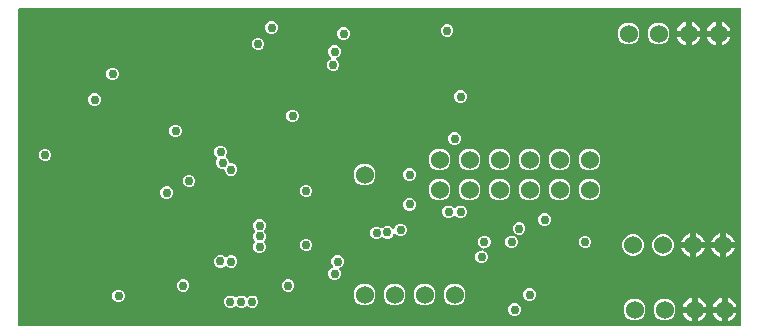
<source format=gbr>
G04 EAGLE Gerber RS-274X export*
G75*
%MOMM*%
%FSLAX34Y34*%
%LPD*%
%INCopper Layer 2*%
%IPPOS*%
%AMOC8*
5,1,8,0,0,1.08239X$1,22.5*%
G01*
%ADD10C,1.524000*%
%ADD11C,0.756400*%

G36*
X622418Y11446D02*
X622418Y11446D01*
X622537Y11453D01*
X622575Y11466D01*
X622616Y11471D01*
X622726Y11514D01*
X622839Y11551D01*
X622874Y11573D01*
X622911Y11588D01*
X623007Y11658D01*
X623108Y11721D01*
X623136Y11751D01*
X623169Y11774D01*
X623245Y11866D01*
X623326Y11953D01*
X623346Y11988D01*
X623371Y12019D01*
X623422Y12127D01*
X623480Y12231D01*
X623490Y12271D01*
X623507Y12307D01*
X623529Y12424D01*
X623559Y12539D01*
X623563Y12600D01*
X623567Y12620D01*
X623565Y12640D01*
X623569Y12700D01*
X623569Y279400D01*
X623554Y279518D01*
X623547Y279637D01*
X623534Y279675D01*
X623529Y279716D01*
X623486Y279826D01*
X623449Y279939D01*
X623427Y279974D01*
X623412Y280011D01*
X623343Y280107D01*
X623279Y280208D01*
X623249Y280236D01*
X623226Y280269D01*
X623134Y280345D01*
X623047Y280426D01*
X623012Y280446D01*
X622981Y280471D01*
X622873Y280522D01*
X622769Y280580D01*
X622729Y280590D01*
X622693Y280607D01*
X622576Y280629D01*
X622461Y280659D01*
X622401Y280663D01*
X622381Y280667D01*
X622360Y280665D01*
X622300Y280669D01*
X12700Y280669D01*
X12582Y280654D01*
X12463Y280647D01*
X12425Y280634D01*
X12384Y280629D01*
X12274Y280586D01*
X12161Y280549D01*
X12126Y280527D01*
X12089Y280512D01*
X11993Y280443D01*
X11892Y280379D01*
X11864Y280349D01*
X11831Y280326D01*
X11756Y280234D01*
X11674Y280147D01*
X11654Y280112D01*
X11629Y280081D01*
X11578Y279973D01*
X11520Y279869D01*
X11510Y279829D01*
X11493Y279793D01*
X11471Y279676D01*
X11441Y279561D01*
X11437Y279501D01*
X11433Y279481D01*
X11435Y279460D01*
X11431Y279400D01*
X11431Y12700D01*
X11446Y12582D01*
X11453Y12463D01*
X11466Y12425D01*
X11471Y12384D01*
X11514Y12274D01*
X11551Y12161D01*
X11573Y12126D01*
X11588Y12089D01*
X11658Y11993D01*
X11721Y11892D01*
X11751Y11864D01*
X11774Y11831D01*
X11866Y11756D01*
X11953Y11674D01*
X11988Y11654D01*
X12019Y11629D01*
X12127Y11578D01*
X12231Y11520D01*
X12271Y11510D01*
X12307Y11493D01*
X12424Y11471D01*
X12539Y11441D01*
X12600Y11437D01*
X12620Y11433D01*
X12640Y11435D01*
X12700Y11431D01*
X622300Y11431D01*
X622418Y11446D01*
G37*
%LPC*%
G36*
X313904Y84863D02*
X313904Y84863D01*
X311954Y85671D01*
X310461Y87164D01*
X309653Y89114D01*
X309653Y91226D01*
X310461Y93176D01*
X311954Y94669D01*
X313904Y95477D01*
X316016Y95477D01*
X317966Y94669D01*
X318303Y94332D01*
X318397Y94259D01*
X318486Y94181D01*
X318522Y94162D01*
X318554Y94137D01*
X318663Y94090D01*
X318769Y94036D01*
X318809Y94027D01*
X318846Y94011D01*
X318964Y93992D01*
X319079Y93966D01*
X319120Y93968D01*
X319160Y93961D01*
X319278Y93972D01*
X319397Y93976D01*
X319436Y93987D01*
X319476Y93991D01*
X319588Y94031D01*
X319703Y94064D01*
X319738Y94085D01*
X319776Y94099D01*
X319874Y94165D01*
X319977Y94226D01*
X320022Y94266D01*
X320039Y94277D01*
X320052Y94293D01*
X320098Y94332D01*
X321042Y95277D01*
X322992Y96085D01*
X325104Y96085D01*
X327054Y95277D01*
X328218Y94113D01*
X328257Y94083D01*
X328290Y94046D01*
X328382Y93985D01*
X328469Y93918D01*
X328514Y93898D01*
X328556Y93871D01*
X328660Y93835D01*
X328761Y93792D01*
X328810Y93784D01*
X328857Y93768D01*
X328966Y93759D01*
X329075Y93742D01*
X329124Y93747D01*
X329174Y93743D01*
X329282Y93761D01*
X329391Y93772D01*
X329438Y93789D01*
X329487Y93797D01*
X329587Y93842D01*
X329691Y93879D01*
X329732Y93907D01*
X329777Y93928D01*
X329863Y93996D01*
X329954Y94058D01*
X329987Y94095D01*
X330026Y94126D01*
X330092Y94214D01*
X330164Y94296D01*
X330187Y94341D01*
X330217Y94380D01*
X330288Y94525D01*
X330781Y95716D01*
X332274Y97209D01*
X334224Y98017D01*
X336336Y98017D01*
X338286Y97209D01*
X339779Y95716D01*
X340587Y93766D01*
X340587Y91654D01*
X339779Y89704D01*
X338286Y88211D01*
X336336Y87403D01*
X334224Y87403D01*
X332274Y88211D01*
X331110Y89375D01*
X331071Y89405D01*
X331038Y89442D01*
X330946Y89502D01*
X330859Y89570D01*
X330814Y89589D01*
X330772Y89617D01*
X330668Y89652D01*
X330567Y89696D01*
X330518Y89704D01*
X330471Y89720D01*
X330362Y89729D01*
X330253Y89746D01*
X330204Y89741D01*
X330154Y89745D01*
X330046Y89726D01*
X329937Y89716D01*
X329890Y89699D01*
X329841Y89691D01*
X329741Y89646D01*
X329637Y89609D01*
X329596Y89581D01*
X329551Y89560D01*
X329465Y89492D01*
X329374Y89430D01*
X329341Y89393D01*
X329302Y89362D01*
X329236Y89274D01*
X329164Y89192D01*
X329141Y89147D01*
X329111Y89108D01*
X329040Y88963D01*
X328547Y87772D01*
X327054Y86279D01*
X325104Y85471D01*
X322992Y85471D01*
X321042Y86279D01*
X320705Y86616D01*
X320611Y86689D01*
X320522Y86767D01*
X320486Y86786D01*
X320454Y86810D01*
X320345Y86858D01*
X320239Y86912D01*
X320200Y86921D01*
X320162Y86937D01*
X320045Y86956D01*
X319929Y86982D01*
X319888Y86980D01*
X319848Y86987D01*
X319730Y86976D01*
X319611Y86972D01*
X319572Y86961D01*
X319532Y86957D01*
X319420Y86917D01*
X319305Y86884D01*
X319270Y86863D01*
X319232Y86849D01*
X319134Y86783D01*
X319031Y86722D01*
X318986Y86682D01*
X318969Y86671D01*
X318956Y86655D01*
X318910Y86616D01*
X317966Y85671D01*
X316016Y84863D01*
X313904Y84863D01*
G37*
%LPD*%
%LPC*%
G36*
X417281Y143255D02*
X417281Y143255D01*
X413920Y144647D01*
X411347Y147220D01*
X409955Y150581D01*
X409955Y154219D01*
X411347Y157580D01*
X413920Y160153D01*
X417281Y161545D01*
X420919Y161545D01*
X424280Y160153D01*
X426853Y157580D01*
X428245Y154219D01*
X428245Y150581D01*
X426853Y147220D01*
X424280Y144647D01*
X420919Y143255D01*
X417281Y143255D01*
G37*
%LPD*%
%LPC*%
G36*
X442681Y143255D02*
X442681Y143255D01*
X439320Y144647D01*
X436747Y147220D01*
X435355Y150581D01*
X435355Y154219D01*
X436747Y157580D01*
X439320Y160153D01*
X442681Y161545D01*
X446319Y161545D01*
X449680Y160153D01*
X452253Y157580D01*
X453645Y154219D01*
X453645Y150581D01*
X452253Y147220D01*
X449680Y144647D01*
X446319Y143255D01*
X442681Y143255D01*
G37*
%LPD*%
%LPC*%
G36*
X468081Y143255D02*
X468081Y143255D01*
X464720Y144647D01*
X462147Y147220D01*
X460755Y150581D01*
X460755Y154219D01*
X462147Y157580D01*
X464720Y160153D01*
X468081Y161545D01*
X471719Y161545D01*
X475080Y160153D01*
X477653Y157580D01*
X479045Y154219D01*
X479045Y150581D01*
X477653Y147220D01*
X475080Y144647D01*
X471719Y143255D01*
X468081Y143255D01*
G37*
%LPD*%
%LPC*%
G36*
X493481Y143255D02*
X493481Y143255D01*
X490120Y144647D01*
X487547Y147220D01*
X486155Y150581D01*
X486155Y154219D01*
X487547Y157580D01*
X490120Y160153D01*
X493481Y161545D01*
X497119Y161545D01*
X500480Y160153D01*
X503053Y157580D01*
X504445Y154219D01*
X504445Y150581D01*
X503053Y147220D01*
X500480Y144647D01*
X497119Y143255D01*
X493481Y143255D01*
G37*
%LPD*%
%LPC*%
G36*
X366481Y143255D02*
X366481Y143255D01*
X363120Y144647D01*
X360547Y147220D01*
X359155Y150581D01*
X359155Y154219D01*
X360547Y157580D01*
X363120Y160153D01*
X366481Y161545D01*
X370119Y161545D01*
X373480Y160153D01*
X376053Y157580D01*
X377445Y154219D01*
X377445Y150581D01*
X376053Y147220D01*
X373480Y144647D01*
X370119Y143255D01*
X366481Y143255D01*
G37*
%LPD*%
%LPC*%
G36*
X391881Y143255D02*
X391881Y143255D01*
X388520Y144647D01*
X385947Y147220D01*
X384555Y150581D01*
X384555Y154219D01*
X385947Y157580D01*
X388520Y160153D01*
X391881Y161545D01*
X395519Y161545D01*
X398880Y160153D01*
X401453Y157580D01*
X402845Y154219D01*
X402845Y150581D01*
X401453Y147220D01*
X398880Y144647D01*
X395519Y143255D01*
X391881Y143255D01*
G37*
%LPD*%
%LPC*%
G36*
X530311Y70865D02*
X530311Y70865D01*
X526950Y72257D01*
X524377Y74830D01*
X522985Y78191D01*
X522985Y81829D01*
X524377Y85190D01*
X526950Y87763D01*
X530311Y89155D01*
X533949Y89155D01*
X537310Y87763D01*
X539883Y85190D01*
X541275Y81829D01*
X541275Y78191D01*
X539883Y74830D01*
X537310Y72257D01*
X533949Y70865D01*
X530311Y70865D01*
G37*
%LPD*%
%LPC*%
G36*
X302981Y130555D02*
X302981Y130555D01*
X299620Y131947D01*
X297047Y134520D01*
X295655Y137881D01*
X295655Y141519D01*
X297047Y144880D01*
X299620Y147453D01*
X302981Y148845D01*
X306619Y148845D01*
X309980Y147453D01*
X312553Y144880D01*
X313945Y141519D01*
X313945Y137881D01*
X312553Y134520D01*
X309980Y131947D01*
X306619Y130555D01*
X302981Y130555D01*
G37*
%LPD*%
%LPC*%
G36*
X555711Y70865D02*
X555711Y70865D01*
X552350Y72257D01*
X549777Y74830D01*
X548385Y78191D01*
X548385Y81829D01*
X549777Y85190D01*
X552350Y87763D01*
X555711Y89155D01*
X559349Y89155D01*
X562710Y87763D01*
X565283Y85190D01*
X566675Y81829D01*
X566675Y78191D01*
X565283Y74830D01*
X562710Y72257D01*
X559349Y70865D01*
X555711Y70865D01*
G37*
%LPD*%
%LPC*%
G36*
X493481Y117855D02*
X493481Y117855D01*
X490120Y119247D01*
X487547Y121820D01*
X486155Y125181D01*
X486155Y128819D01*
X487547Y132180D01*
X490120Y134753D01*
X493481Y136145D01*
X497119Y136145D01*
X500480Y134753D01*
X503053Y132180D01*
X504445Y128819D01*
X504445Y125181D01*
X503053Y121820D01*
X500480Y119247D01*
X497119Y117855D01*
X493481Y117855D01*
G37*
%LPD*%
%LPC*%
G36*
X468081Y117855D02*
X468081Y117855D01*
X464720Y119247D01*
X462147Y121820D01*
X460755Y125181D01*
X460755Y128819D01*
X462147Y132180D01*
X464720Y134753D01*
X468081Y136145D01*
X471719Y136145D01*
X475080Y134753D01*
X477653Y132180D01*
X479045Y128819D01*
X479045Y125181D01*
X477653Y121820D01*
X475080Y119247D01*
X471719Y117855D01*
X468081Y117855D01*
G37*
%LPD*%
%LPC*%
G36*
X442681Y117855D02*
X442681Y117855D01*
X439320Y119247D01*
X436747Y121820D01*
X435355Y125181D01*
X435355Y128819D01*
X436747Y132180D01*
X439320Y134753D01*
X442681Y136145D01*
X446319Y136145D01*
X449680Y134753D01*
X452253Y132180D01*
X453645Y128819D01*
X453645Y125181D01*
X452253Y121820D01*
X449680Y119247D01*
X446319Y117855D01*
X442681Y117855D01*
G37*
%LPD*%
%LPC*%
G36*
X379181Y28955D02*
X379181Y28955D01*
X375820Y30347D01*
X373247Y32920D01*
X371855Y36281D01*
X371855Y39919D01*
X373247Y43280D01*
X375820Y45853D01*
X379181Y47245D01*
X382819Y47245D01*
X386180Y45853D01*
X388753Y43280D01*
X390145Y39919D01*
X390145Y36281D01*
X388753Y32920D01*
X386180Y30347D01*
X382819Y28955D01*
X379181Y28955D01*
G37*
%LPD*%
%LPC*%
G36*
X531581Y16255D02*
X531581Y16255D01*
X528220Y17647D01*
X525647Y20220D01*
X524255Y23581D01*
X524255Y27219D01*
X525647Y30580D01*
X528220Y33153D01*
X531581Y34545D01*
X535219Y34545D01*
X538580Y33153D01*
X541153Y30580D01*
X542545Y27219D01*
X542545Y23581D01*
X541153Y20220D01*
X538580Y17647D01*
X535219Y16255D01*
X531581Y16255D01*
G37*
%LPD*%
%LPC*%
G36*
X556981Y16255D02*
X556981Y16255D01*
X553620Y17647D01*
X551047Y20220D01*
X549655Y23581D01*
X549655Y27219D01*
X551047Y30580D01*
X553620Y33153D01*
X556981Y34545D01*
X560619Y34545D01*
X563980Y33153D01*
X566553Y30580D01*
X567945Y27219D01*
X567945Y23581D01*
X566553Y20220D01*
X563980Y17647D01*
X560619Y16255D01*
X556981Y16255D01*
G37*
%LPD*%
%LPC*%
G36*
X551901Y249935D02*
X551901Y249935D01*
X548540Y251327D01*
X545967Y253900D01*
X544575Y257261D01*
X544575Y260899D01*
X545967Y264260D01*
X548540Y266833D01*
X551901Y268225D01*
X555539Y268225D01*
X558900Y266833D01*
X561473Y264260D01*
X562865Y260899D01*
X562865Y257261D01*
X561473Y253900D01*
X558900Y251327D01*
X555539Y249935D01*
X551901Y249935D01*
G37*
%LPD*%
%LPC*%
G36*
X526501Y249935D02*
X526501Y249935D01*
X523140Y251327D01*
X520567Y253900D01*
X519175Y257261D01*
X519175Y260899D01*
X520567Y264260D01*
X523140Y266833D01*
X526501Y268225D01*
X530139Y268225D01*
X533500Y266833D01*
X536073Y264260D01*
X537465Y260899D01*
X537465Y257261D01*
X536073Y253900D01*
X533500Y251327D01*
X530139Y249935D01*
X526501Y249935D01*
G37*
%LPD*%
%LPC*%
G36*
X366481Y117855D02*
X366481Y117855D01*
X363120Y119247D01*
X360547Y121820D01*
X359155Y125181D01*
X359155Y128819D01*
X360547Y132180D01*
X363120Y134753D01*
X366481Y136145D01*
X370119Y136145D01*
X373480Y134753D01*
X376053Y132180D01*
X377445Y128819D01*
X377445Y125181D01*
X376053Y121820D01*
X373480Y119247D01*
X370119Y117855D01*
X366481Y117855D01*
G37*
%LPD*%
%LPC*%
G36*
X391881Y117855D02*
X391881Y117855D01*
X388520Y119247D01*
X385947Y121820D01*
X384555Y125181D01*
X384555Y128819D01*
X385947Y132180D01*
X388520Y134753D01*
X391881Y136145D01*
X395519Y136145D01*
X398880Y134753D01*
X401453Y132180D01*
X402845Y128819D01*
X402845Y125181D01*
X401453Y121820D01*
X398880Y119247D01*
X395519Y117855D01*
X391881Y117855D01*
G37*
%LPD*%
%LPC*%
G36*
X302981Y28955D02*
X302981Y28955D01*
X299620Y30347D01*
X297047Y32920D01*
X295655Y36281D01*
X295655Y39919D01*
X297047Y43280D01*
X299620Y45853D01*
X302981Y47245D01*
X306619Y47245D01*
X309980Y45853D01*
X312553Y43280D01*
X313945Y39919D01*
X313945Y36281D01*
X312553Y32920D01*
X309980Y30347D01*
X306619Y28955D01*
X302981Y28955D01*
G37*
%LPD*%
%LPC*%
G36*
X328381Y28955D02*
X328381Y28955D01*
X325020Y30347D01*
X322447Y32920D01*
X321055Y36281D01*
X321055Y39919D01*
X322447Y43280D01*
X325020Y45853D01*
X328381Y47245D01*
X332019Y47245D01*
X335380Y45853D01*
X337953Y43280D01*
X339345Y39919D01*
X339345Y36281D01*
X337953Y32920D01*
X335380Y30347D01*
X332019Y28955D01*
X328381Y28955D01*
G37*
%LPD*%
%LPC*%
G36*
X353781Y28955D02*
X353781Y28955D01*
X350420Y30347D01*
X347847Y32920D01*
X346455Y36281D01*
X346455Y39919D01*
X347847Y43280D01*
X350420Y45853D01*
X353781Y47245D01*
X357419Y47245D01*
X360780Y45853D01*
X363353Y43280D01*
X364745Y39919D01*
X364745Y36281D01*
X363353Y32920D01*
X360780Y30347D01*
X357419Y28955D01*
X353781Y28955D01*
G37*
%LPD*%
%LPC*%
G36*
X417281Y117855D02*
X417281Y117855D01*
X413920Y119247D01*
X411347Y121820D01*
X409955Y125181D01*
X409955Y128819D01*
X411347Y132180D01*
X413920Y134753D01*
X417281Y136145D01*
X420919Y136145D01*
X424280Y134753D01*
X426853Y132180D01*
X428245Y128819D01*
X428245Y125181D01*
X426853Y121820D01*
X424280Y119247D01*
X420919Y117855D01*
X417281Y117855D01*
G37*
%LPD*%
%LPC*%
G36*
X190672Y138654D02*
X190672Y138654D01*
X188721Y139462D01*
X187229Y140955D01*
X186421Y142905D01*
X186421Y143086D01*
X186406Y143204D01*
X186398Y143323D01*
X186386Y143361D01*
X186381Y143402D01*
X186337Y143512D01*
X186300Y143625D01*
X186279Y143660D01*
X186264Y143697D01*
X186194Y143793D01*
X186130Y143894D01*
X186101Y143922D01*
X186077Y143955D01*
X185985Y144031D01*
X185899Y144112D01*
X185863Y144132D01*
X185832Y144157D01*
X185724Y144208D01*
X185620Y144266D01*
X185581Y144276D01*
X185544Y144293D01*
X185427Y144315D01*
X185312Y144345D01*
X185252Y144349D01*
X185232Y144353D01*
X185212Y144351D01*
X185151Y144355D01*
X183520Y144355D01*
X181570Y145163D01*
X180077Y146656D01*
X179269Y148606D01*
X179269Y150718D01*
X180157Y152860D01*
X180165Y152889D01*
X180178Y152915D01*
X180206Y153042D01*
X180241Y153167D01*
X180241Y153197D01*
X180248Y153225D01*
X180244Y153355D01*
X180246Y153485D01*
X180239Y153514D01*
X180238Y153543D01*
X180202Y153668D01*
X180172Y153794D01*
X180158Y153820D01*
X180150Y153849D01*
X180084Y153960D01*
X180023Y154075D01*
X180003Y154097D01*
X179988Y154123D01*
X179882Y154243D01*
X178381Y155744D01*
X177573Y157694D01*
X177573Y159806D01*
X178381Y161756D01*
X179874Y163249D01*
X181824Y164057D01*
X183936Y164057D01*
X185886Y163249D01*
X187379Y161756D01*
X188187Y159806D01*
X188187Y157694D01*
X187299Y155552D01*
X187291Y155523D01*
X187278Y155497D01*
X187250Y155370D01*
X187215Y155245D01*
X187215Y155215D01*
X187208Y155187D01*
X187212Y155057D01*
X187210Y154927D01*
X187217Y154898D01*
X187218Y154869D01*
X187254Y154744D01*
X187284Y154618D01*
X187298Y154592D01*
X187306Y154563D01*
X187372Y154452D01*
X187433Y154337D01*
X187453Y154315D01*
X187468Y154289D01*
X187574Y154169D01*
X189075Y152668D01*
X189883Y150718D01*
X189883Y150537D01*
X189898Y150419D01*
X189905Y150300D01*
X189918Y150262D01*
X189923Y150221D01*
X189966Y150111D01*
X190003Y149998D01*
X190025Y149963D01*
X190040Y149926D01*
X190109Y149830D01*
X190173Y149729D01*
X190203Y149701D01*
X190226Y149668D01*
X190318Y149592D01*
X190405Y149511D01*
X190440Y149491D01*
X190471Y149466D01*
X190579Y149415D01*
X190683Y149357D01*
X190723Y149347D01*
X190759Y149330D01*
X190876Y149308D01*
X190991Y149278D01*
X191051Y149274D01*
X191071Y149270D01*
X191092Y149272D01*
X191152Y149268D01*
X192783Y149268D01*
X194733Y148460D01*
X196226Y146967D01*
X197034Y145017D01*
X197034Y142905D01*
X196226Y140955D01*
X194733Y139462D01*
X192783Y138654D01*
X190672Y138654D01*
G37*
%LPD*%
%LPC*%
G36*
X190107Y26669D02*
X190107Y26669D01*
X188156Y27477D01*
X186663Y28970D01*
X185855Y30920D01*
X185855Y33032D01*
X186663Y34982D01*
X188156Y36475D01*
X190107Y37283D01*
X192218Y37283D01*
X194168Y36475D01*
X194809Y35834D01*
X194903Y35761D01*
X194992Y35683D01*
X195028Y35664D01*
X195060Y35639D01*
X195169Y35592D01*
X195275Y35538D01*
X195315Y35529D01*
X195352Y35513D01*
X195470Y35494D01*
X195585Y35468D01*
X195626Y35470D01*
X195666Y35463D01*
X195784Y35474D01*
X195903Y35478D01*
X195942Y35489D01*
X195982Y35493D01*
X196095Y35533D01*
X196209Y35566D01*
X196244Y35587D01*
X196282Y35601D01*
X196380Y35667D01*
X196483Y35728D01*
X196528Y35768D01*
X196545Y35779D01*
X196558Y35794D01*
X196604Y35834D01*
X197244Y36475D01*
X199195Y37283D01*
X201306Y37283D01*
X203256Y36475D01*
X204003Y35728D01*
X204097Y35656D01*
X204186Y35577D01*
X204222Y35558D01*
X204254Y35534D01*
X204363Y35486D01*
X204469Y35432D01*
X204509Y35423D01*
X204546Y35407D01*
X204663Y35388D01*
X204779Y35362D01*
X204820Y35364D01*
X204860Y35357D01*
X204978Y35368D01*
X205097Y35372D01*
X205136Y35383D01*
X205176Y35387D01*
X205289Y35427D01*
X205403Y35460D01*
X205438Y35481D01*
X205476Y35495D01*
X205574Y35562D01*
X205677Y35622D01*
X205722Y35662D01*
X205739Y35673D01*
X205752Y35689D01*
X205798Y35728D01*
X206544Y36475D01*
X208494Y37283D01*
X210606Y37283D01*
X212556Y36475D01*
X214049Y34982D01*
X214857Y33032D01*
X214857Y30920D01*
X214049Y28970D01*
X212556Y27477D01*
X210606Y26669D01*
X208494Y26669D01*
X206544Y27477D01*
X205798Y28224D01*
X205703Y28297D01*
X205614Y28375D01*
X205578Y28394D01*
X205546Y28419D01*
X205437Y28466D01*
X205331Y28520D01*
X205292Y28529D01*
X205254Y28545D01*
X205137Y28564D01*
X205021Y28590D01*
X204980Y28588D01*
X204940Y28595D01*
X204822Y28584D01*
X204703Y28580D01*
X204664Y28569D01*
X204624Y28565D01*
X204512Y28525D01*
X204397Y28492D01*
X204362Y28471D01*
X204324Y28457D01*
X204226Y28390D01*
X204123Y28330D01*
X204078Y28290D01*
X204061Y28279D01*
X204048Y28263D01*
X204003Y28224D01*
X203256Y27477D01*
X201306Y26669D01*
X199195Y26669D01*
X197244Y27477D01*
X196604Y28118D01*
X196509Y28191D01*
X196420Y28269D01*
X196384Y28288D01*
X196352Y28313D01*
X196243Y28360D01*
X196137Y28414D01*
X196098Y28423D01*
X196060Y28439D01*
X195943Y28458D01*
X195827Y28484D01*
X195786Y28482D01*
X195746Y28489D01*
X195628Y28478D01*
X195509Y28474D01*
X195470Y28463D01*
X195430Y28459D01*
X195318Y28419D01*
X195203Y28386D01*
X195169Y28365D01*
X195130Y28351D01*
X195032Y28285D01*
X194929Y28224D01*
X194884Y28184D01*
X194867Y28173D01*
X194854Y28157D01*
X194809Y28118D01*
X194168Y27477D01*
X192218Y26669D01*
X190107Y26669D01*
G37*
%LPD*%
%LPC*%
G36*
X214844Y73037D02*
X214844Y73037D01*
X212894Y73845D01*
X211401Y75338D01*
X210593Y77288D01*
X210593Y79400D01*
X211401Y81350D01*
X212042Y81990D01*
X212115Y82084D01*
X212193Y82174D01*
X212212Y82210D01*
X212237Y82242D01*
X212284Y82351D01*
X212338Y82457D01*
X212347Y82496D01*
X212363Y82534D01*
X212382Y82651D01*
X212408Y82767D01*
X212406Y82808D01*
X212413Y82848D01*
X212402Y82966D01*
X212398Y83085D01*
X212387Y83124D01*
X212383Y83164D01*
X212343Y83276D01*
X212310Y83391D01*
X212289Y83426D01*
X212275Y83464D01*
X212209Y83562D01*
X212148Y83665D01*
X212108Y83710D01*
X212097Y83727D01*
X212082Y83740D01*
X212042Y83785D01*
X211401Y84426D01*
X210593Y86376D01*
X210593Y88488D01*
X211401Y90438D01*
X212042Y91078D01*
X212115Y91172D01*
X212193Y91262D01*
X212212Y91298D01*
X212237Y91330D01*
X212284Y91439D01*
X212338Y91545D01*
X212347Y91584D01*
X212363Y91622D01*
X212382Y91739D01*
X212408Y91855D01*
X212406Y91896D01*
X212413Y91936D01*
X212402Y92054D01*
X212398Y92173D01*
X212387Y92212D01*
X212383Y92252D01*
X212343Y92364D01*
X212310Y92479D01*
X212289Y92514D01*
X212275Y92552D01*
X212209Y92650D01*
X212148Y92753D01*
X212108Y92798D01*
X212097Y92815D01*
X212082Y92828D01*
X212042Y92873D01*
X211401Y93514D01*
X210593Y95464D01*
X210593Y97576D01*
X211401Y99526D01*
X212894Y101019D01*
X214844Y101827D01*
X216956Y101827D01*
X218906Y101019D01*
X220399Y99526D01*
X221207Y97576D01*
X221207Y95464D01*
X220399Y93514D01*
X219758Y92873D01*
X219685Y92779D01*
X219607Y92690D01*
X219588Y92654D01*
X219563Y92622D01*
X219516Y92513D01*
X219462Y92407D01*
X219453Y92368D01*
X219437Y92330D01*
X219418Y92213D01*
X219392Y92097D01*
X219394Y92056D01*
X219387Y92016D01*
X219398Y91897D01*
X219402Y91779D01*
X219413Y91740D01*
X219417Y91700D01*
X219457Y91588D01*
X219490Y91473D01*
X219511Y91438D01*
X219525Y91400D01*
X219591Y91302D01*
X219652Y91199D01*
X219692Y91154D01*
X219703Y91137D01*
X219719Y91124D01*
X219758Y91078D01*
X220399Y90438D01*
X221207Y88488D01*
X221207Y86376D01*
X220399Y84426D01*
X219758Y83785D01*
X219685Y83691D01*
X219607Y83602D01*
X219588Y83566D01*
X219563Y83534D01*
X219516Y83425D01*
X219462Y83319D01*
X219453Y83280D01*
X219437Y83242D01*
X219418Y83125D01*
X219392Y83009D01*
X219394Y82968D01*
X219387Y82928D01*
X219398Y82809D01*
X219402Y82691D01*
X219413Y82652D01*
X219417Y82612D01*
X219457Y82500D01*
X219490Y82385D01*
X219511Y82350D01*
X219525Y82312D01*
X219591Y82214D01*
X219652Y82111D01*
X219692Y82066D01*
X219703Y82049D01*
X219719Y82036D01*
X219758Y81990D01*
X220399Y81350D01*
X221207Y79400D01*
X221207Y77288D01*
X220399Y75338D01*
X218906Y73845D01*
X216956Y73037D01*
X214844Y73037D01*
G37*
%LPD*%
%LPC*%
G36*
X277074Y227103D02*
X277074Y227103D01*
X275124Y227911D01*
X273631Y229404D01*
X272823Y231354D01*
X272823Y233466D01*
X273631Y235416D01*
X275124Y236909D01*
X275987Y237266D01*
X276030Y237291D01*
X276077Y237308D01*
X276168Y237369D01*
X276263Y237424D01*
X276299Y237458D01*
X276340Y237486D01*
X276413Y237569D01*
X276492Y237645D01*
X276518Y237687D01*
X276550Y237725D01*
X276600Y237823D01*
X276658Y237916D01*
X276672Y237964D01*
X276695Y238008D01*
X276719Y238115D01*
X276751Y238220D01*
X276754Y238270D01*
X276765Y238318D01*
X276761Y238428D01*
X276767Y238538D01*
X276757Y238587D01*
X276755Y238636D01*
X276725Y238742D01*
X276702Y238849D01*
X276680Y238894D01*
X276667Y238942D01*
X276611Y239036D01*
X276563Y239135D01*
X276530Y239173D01*
X276505Y239216D01*
X276399Y239336D01*
X274901Y240834D01*
X274093Y242784D01*
X274093Y244896D01*
X274901Y246846D01*
X276394Y248339D01*
X278344Y249147D01*
X280456Y249147D01*
X282406Y248339D01*
X283899Y246846D01*
X284707Y244896D01*
X284707Y242784D01*
X283899Y240834D01*
X282406Y239341D01*
X281543Y238984D01*
X281500Y238959D01*
X281453Y238942D01*
X281362Y238881D01*
X281267Y238826D01*
X281231Y238792D01*
X281190Y238764D01*
X281117Y238681D01*
X281038Y238605D01*
X281012Y238563D01*
X280980Y238525D01*
X280930Y238427D01*
X280872Y238334D01*
X280858Y238286D01*
X280835Y238242D01*
X280811Y238135D01*
X280779Y238030D01*
X280776Y237980D01*
X280765Y237932D01*
X280769Y237822D01*
X280763Y237712D01*
X280773Y237663D01*
X280775Y237614D01*
X280805Y237508D01*
X280828Y237401D01*
X280850Y237356D01*
X280863Y237308D01*
X280919Y237214D01*
X280967Y237115D01*
X281000Y237077D01*
X281025Y237034D01*
X281131Y236914D01*
X282629Y235416D01*
X283437Y233466D01*
X283437Y231354D01*
X282629Y229404D01*
X281136Y227911D01*
X279186Y227103D01*
X277074Y227103D01*
G37*
%LPD*%
%LPC*%
G36*
X278344Y50573D02*
X278344Y50573D01*
X276394Y51381D01*
X274901Y52874D01*
X274093Y54824D01*
X274093Y56936D01*
X274901Y58886D01*
X276394Y60379D01*
X277257Y60736D01*
X277300Y60761D01*
X277347Y60778D01*
X277438Y60839D01*
X277533Y60894D01*
X277569Y60928D01*
X277610Y60956D01*
X277683Y61039D01*
X277762Y61115D01*
X277788Y61157D01*
X277821Y61195D01*
X277871Y61293D01*
X277928Y61386D01*
X277942Y61434D01*
X277965Y61478D01*
X277989Y61585D01*
X278021Y61690D01*
X278024Y61740D01*
X278035Y61788D01*
X278031Y61898D01*
X278037Y62008D01*
X278027Y62057D01*
X278025Y62106D01*
X277995Y62212D01*
X277972Y62319D01*
X277951Y62364D01*
X277937Y62412D01*
X277881Y62506D01*
X277833Y62605D01*
X277800Y62643D01*
X277775Y62686D01*
X277669Y62806D01*
X277441Y63034D01*
X276633Y64984D01*
X276633Y67096D01*
X277441Y69046D01*
X278934Y70539D01*
X280884Y71347D01*
X282996Y71347D01*
X284946Y70539D01*
X286439Y69046D01*
X287247Y67096D01*
X287247Y64984D01*
X286439Y63034D01*
X284946Y61541D01*
X284083Y61184D01*
X284040Y61159D01*
X283993Y61142D01*
X283902Y61081D01*
X283807Y61026D01*
X283771Y60992D01*
X283730Y60964D01*
X283657Y60881D01*
X283578Y60805D01*
X283552Y60763D01*
X283519Y60725D01*
X283469Y60627D01*
X283412Y60534D01*
X283398Y60486D01*
X283375Y60442D01*
X283351Y60335D01*
X283319Y60230D01*
X283316Y60180D01*
X283305Y60132D01*
X283309Y60022D01*
X283303Y59912D01*
X283313Y59863D01*
X283315Y59814D01*
X283345Y59708D01*
X283368Y59601D01*
X283389Y59556D01*
X283403Y59508D01*
X283459Y59414D01*
X283507Y59315D01*
X283540Y59277D01*
X283565Y59234D01*
X283671Y59114D01*
X283899Y58886D01*
X284707Y56936D01*
X284707Y54824D01*
X283899Y52874D01*
X282406Y51381D01*
X280456Y50573D01*
X278344Y50573D01*
G37*
%LPD*%
%LPC*%
G36*
X374864Y102869D02*
X374864Y102869D01*
X372914Y103677D01*
X371421Y105170D01*
X370613Y107120D01*
X370613Y109232D01*
X371421Y111182D01*
X372914Y112675D01*
X374864Y113483D01*
X376976Y113483D01*
X378926Y112675D01*
X380103Y111498D01*
X380197Y111425D01*
X380286Y111347D01*
X380322Y111328D01*
X380354Y111303D01*
X380463Y111256D01*
X380569Y111202D01*
X380608Y111193D01*
X380646Y111177D01*
X380763Y111158D01*
X380879Y111132D01*
X380920Y111134D01*
X380960Y111127D01*
X381078Y111138D01*
X381197Y111142D01*
X381236Y111153D01*
X381276Y111157D01*
X381388Y111197D01*
X381503Y111230D01*
X381538Y111251D01*
X381576Y111265D01*
X381674Y111332D01*
X381777Y111392D01*
X381822Y111432D01*
X381839Y111443D01*
X381852Y111459D01*
X381898Y111498D01*
X383074Y112675D01*
X385024Y113483D01*
X387136Y113483D01*
X389086Y112675D01*
X390579Y111182D01*
X391387Y109232D01*
X391387Y107120D01*
X390579Y105170D01*
X389086Y103677D01*
X387136Y102869D01*
X385024Y102869D01*
X383074Y103677D01*
X381898Y104854D01*
X381803Y104927D01*
X381714Y105005D01*
X381678Y105024D01*
X381646Y105049D01*
X381537Y105096D01*
X381431Y105150D01*
X381392Y105159D01*
X381354Y105175D01*
X381237Y105194D01*
X381121Y105220D01*
X381080Y105218D01*
X381040Y105225D01*
X380922Y105214D01*
X380803Y105210D01*
X380764Y105199D01*
X380724Y105195D01*
X380611Y105155D01*
X380497Y105122D01*
X380463Y105101D01*
X380424Y105087D01*
X380326Y105021D01*
X380223Y104960D01*
X380178Y104920D01*
X380161Y104909D01*
X380148Y104894D01*
X380103Y104854D01*
X378926Y103677D01*
X376976Y102869D01*
X374864Y102869D01*
G37*
%LPD*%
%LPC*%
G36*
X190714Y60733D02*
X190714Y60733D01*
X188764Y61541D01*
X188018Y62288D01*
X187923Y62361D01*
X187834Y62439D01*
X187798Y62458D01*
X187766Y62483D01*
X187657Y62530D01*
X187551Y62584D01*
X187512Y62593D01*
X187474Y62609D01*
X187357Y62628D01*
X187241Y62654D01*
X187200Y62652D01*
X187160Y62659D01*
X187042Y62648D01*
X186923Y62644D01*
X186884Y62633D01*
X186844Y62629D01*
X186732Y62589D01*
X186617Y62556D01*
X186582Y62535D01*
X186544Y62521D01*
X186446Y62454D01*
X186343Y62394D01*
X186298Y62354D01*
X186281Y62343D01*
X186268Y62327D01*
X186223Y62288D01*
X185688Y61753D01*
X183738Y60945D01*
X181626Y60945D01*
X179676Y61753D01*
X178183Y63246D01*
X177375Y65196D01*
X177375Y67307D01*
X178183Y69258D01*
X179676Y70751D01*
X181626Y71559D01*
X183738Y71559D01*
X185688Y70751D01*
X186434Y70004D01*
X186528Y69931D01*
X186618Y69853D01*
X186654Y69834D01*
X186686Y69809D01*
X186795Y69762D01*
X186901Y69708D01*
X186940Y69699D01*
X186978Y69683D01*
X187095Y69664D01*
X187211Y69638D01*
X187252Y69640D01*
X187292Y69633D01*
X187410Y69644D01*
X187529Y69648D01*
X187568Y69659D01*
X187608Y69663D01*
X187720Y69703D01*
X187835Y69736D01*
X187869Y69757D01*
X187908Y69771D01*
X188006Y69837D01*
X188109Y69898D01*
X188154Y69938D01*
X188171Y69949D01*
X188184Y69964D01*
X188229Y70004D01*
X188764Y70539D01*
X190714Y71347D01*
X192826Y71347D01*
X194776Y70539D01*
X196269Y69046D01*
X197077Y67096D01*
X197077Y64984D01*
X196269Y63034D01*
X194776Y61541D01*
X192826Y60733D01*
X190714Y60733D01*
G37*
%LPD*%
%LPC*%
G36*
X402804Y64543D02*
X402804Y64543D01*
X400854Y65351D01*
X399361Y66844D01*
X398553Y68794D01*
X398553Y70906D01*
X399361Y72856D01*
X400854Y74349D01*
X402804Y75157D01*
X403775Y75157D01*
X403844Y75165D01*
X403914Y75164D01*
X404001Y75185D01*
X404090Y75197D01*
X404155Y75222D01*
X404223Y75239D01*
X404303Y75281D01*
X404386Y75314D01*
X404443Y75355D01*
X404504Y75387D01*
X404571Y75448D01*
X404643Y75500D01*
X404688Y75554D01*
X404740Y75601D01*
X404789Y75676D01*
X404846Y75745D01*
X404876Y75809D01*
X404914Y75867D01*
X404943Y75952D01*
X404982Y76033D01*
X404995Y76102D01*
X405009Y76144D01*
X405009Y76143D01*
X404992Y76055D01*
X404997Y75985D01*
X404991Y75915D01*
X405007Y75827D01*
X405012Y75737D01*
X405034Y75671D01*
X405046Y75602D01*
X405083Y75520D01*
X405110Y75435D01*
X405148Y75376D01*
X405176Y75312D01*
X405232Y75242D01*
X405280Y75166D01*
X405331Y75118D01*
X405375Y75064D01*
X405447Y75009D01*
X405512Y74948D01*
X405573Y74914D01*
X405629Y74872D01*
X405773Y74801D01*
X406866Y74349D01*
X408359Y72856D01*
X409167Y70906D01*
X409167Y68794D01*
X408359Y66844D01*
X406866Y65351D01*
X404916Y64543D01*
X402804Y64543D01*
G37*
%LPD*%
%LPC*%
G36*
X405025Y76257D02*
X405025Y76257D01*
X405042Y76345D01*
X405037Y76415D01*
X405043Y76485D01*
X405027Y76573D01*
X405022Y76663D01*
X405000Y76729D01*
X404988Y76798D01*
X404951Y76880D01*
X404924Y76965D01*
X404886Y77024D01*
X404858Y77088D01*
X404802Y77158D01*
X404754Y77234D01*
X404703Y77282D01*
X404659Y77336D01*
X404588Y77390D01*
X404522Y77452D01*
X404461Y77486D01*
X404405Y77528D01*
X404261Y77599D01*
X403168Y78051D01*
X401675Y79544D01*
X400867Y81494D01*
X400867Y83606D01*
X401675Y85556D01*
X403168Y87049D01*
X405118Y87857D01*
X407230Y87857D01*
X409180Y87049D01*
X410673Y85556D01*
X411481Y83606D01*
X411481Y81494D01*
X410673Y79544D01*
X409180Y78051D01*
X407230Y77243D01*
X406259Y77243D01*
X406190Y77235D01*
X406120Y77236D01*
X406033Y77215D01*
X405944Y77203D01*
X405879Y77178D01*
X405811Y77161D01*
X405732Y77119D01*
X405648Y77086D01*
X405591Y77045D01*
X405530Y77013D01*
X405463Y76952D01*
X405391Y76900D01*
X405346Y76846D01*
X405294Y76799D01*
X405245Y76724D01*
X405188Y76655D01*
X405158Y76591D01*
X405120Y76533D01*
X405091Y76448D01*
X405052Y76367D01*
X405039Y76298D01*
X405025Y76256D01*
X405025Y76257D01*
G37*
%LPD*%
%LPC*%
G36*
X428204Y77243D02*
X428204Y77243D01*
X426254Y78051D01*
X424761Y79544D01*
X423953Y81494D01*
X423953Y83606D01*
X424761Y85556D01*
X426254Y87049D01*
X428204Y87857D01*
X430316Y87857D01*
X431100Y87532D01*
X431167Y87513D01*
X431231Y87486D01*
X431320Y87472D01*
X431407Y87448D01*
X431476Y87447D01*
X431545Y87436D01*
X431635Y87444D01*
X431725Y87443D01*
X431793Y87459D01*
X431862Y87466D01*
X431946Y87496D01*
X432034Y87517D01*
X432058Y87529D01*
X432071Y87453D01*
X432099Y87390D01*
X432119Y87323D01*
X432165Y87245D01*
X432201Y87164D01*
X432245Y87109D01*
X432280Y87049D01*
X432387Y86928D01*
X433759Y85556D01*
X434567Y83606D01*
X434567Y81494D01*
X433759Y79544D01*
X432266Y78051D01*
X430316Y77243D01*
X428204Y77243D01*
G37*
%LPD*%
%LPC*%
G36*
X434554Y88673D02*
X434554Y88673D01*
X433770Y88998D01*
X433703Y89017D01*
X433639Y89044D01*
X433550Y89058D01*
X433463Y89082D01*
X433394Y89083D01*
X433325Y89094D01*
X433235Y89086D01*
X433145Y89087D01*
X433077Y89071D01*
X433008Y89064D01*
X432924Y89034D01*
X432836Y89013D01*
X432812Y89001D01*
X432799Y89077D01*
X432771Y89140D01*
X432751Y89207D01*
X432705Y89285D01*
X432669Y89366D01*
X432625Y89421D01*
X432590Y89481D01*
X432483Y89602D01*
X431111Y90974D01*
X430303Y92924D01*
X430303Y95036D01*
X431111Y96986D01*
X432604Y98479D01*
X434554Y99287D01*
X436666Y99287D01*
X438616Y98479D01*
X440109Y96986D01*
X440917Y95036D01*
X440917Y92924D01*
X440109Y90974D01*
X438616Y89481D01*
X436666Y88673D01*
X434554Y88673D01*
G37*
%LPD*%
%LPC*%
G36*
X490434Y77243D02*
X490434Y77243D01*
X488484Y78051D01*
X486991Y79544D01*
X486183Y81494D01*
X486183Y83606D01*
X486991Y85556D01*
X488484Y87049D01*
X490434Y87857D01*
X492546Y87857D01*
X494496Y87049D01*
X495989Y85556D01*
X496797Y83606D01*
X496797Y81494D01*
X495989Y79544D01*
X494496Y78051D01*
X492546Y77243D01*
X490434Y77243D01*
G37*
%LPD*%
%LPC*%
G36*
X254214Y74703D02*
X254214Y74703D01*
X252264Y75511D01*
X250771Y77004D01*
X249963Y78954D01*
X249963Y81066D01*
X250771Y83016D01*
X252264Y84509D01*
X254214Y85317D01*
X256326Y85317D01*
X258276Y84509D01*
X259769Y83016D01*
X260577Y81066D01*
X260577Y78954D01*
X259769Y77004D01*
X258276Y75511D01*
X256326Y74703D01*
X254214Y74703D01*
G37*
%LPD*%
%LPC*%
G36*
X238974Y40413D02*
X238974Y40413D01*
X237024Y41221D01*
X235531Y42714D01*
X234723Y44664D01*
X234723Y46776D01*
X235531Y48726D01*
X237024Y50219D01*
X238974Y51027D01*
X241086Y51027D01*
X243036Y50219D01*
X244529Y48726D01*
X245337Y46776D01*
X245337Y44664D01*
X244529Y42714D01*
X243036Y41221D01*
X241086Y40413D01*
X238974Y40413D01*
G37*
%LPD*%
%LPC*%
G36*
X150074Y40413D02*
X150074Y40413D01*
X148124Y41221D01*
X146631Y42714D01*
X145823Y44664D01*
X145823Y46776D01*
X146631Y48726D01*
X148124Y50219D01*
X150074Y51027D01*
X152186Y51027D01*
X154136Y50219D01*
X155629Y48726D01*
X156437Y46776D01*
X156437Y44664D01*
X155629Y42714D01*
X154136Y41221D01*
X152186Y40413D01*
X150074Y40413D01*
G37*
%LPD*%
%LPC*%
G36*
X443444Y32793D02*
X443444Y32793D01*
X441494Y33601D01*
X440001Y35094D01*
X439193Y37044D01*
X439193Y39156D01*
X440001Y41106D01*
X441494Y42599D01*
X443444Y43407D01*
X445556Y43407D01*
X447506Y42599D01*
X448999Y41106D01*
X449807Y39156D01*
X449807Y37044D01*
X448999Y35094D01*
X447506Y33601D01*
X445556Y32793D01*
X443444Y32793D01*
G37*
%LPD*%
%LPC*%
G36*
X95464Y31523D02*
X95464Y31523D01*
X93514Y32331D01*
X92021Y33824D01*
X91213Y35774D01*
X91213Y37886D01*
X92021Y39836D01*
X93514Y41329D01*
X95464Y42137D01*
X97576Y42137D01*
X99526Y41329D01*
X101019Y39836D01*
X101827Y37886D01*
X101827Y35774D01*
X101019Y33824D01*
X99526Y32331D01*
X97576Y31523D01*
X95464Y31523D01*
G37*
%LPD*%
%LPC*%
G36*
X430744Y20093D02*
X430744Y20093D01*
X428794Y20901D01*
X427301Y22394D01*
X426493Y24344D01*
X426493Y26456D01*
X427301Y28406D01*
X428794Y29899D01*
X430744Y30707D01*
X432856Y30707D01*
X434806Y29899D01*
X436299Y28406D01*
X437107Y26456D01*
X437107Y24344D01*
X436299Y22394D01*
X434806Y20901D01*
X432856Y20093D01*
X430744Y20093D01*
G37*
%LPD*%
%LPC*%
G36*
X456144Y96293D02*
X456144Y96293D01*
X454194Y97101D01*
X452701Y98594D01*
X451893Y100544D01*
X451893Y102656D01*
X452701Y104606D01*
X454194Y106099D01*
X456144Y106907D01*
X458256Y106907D01*
X460206Y106099D01*
X461699Y104606D01*
X462507Y102656D01*
X462507Y100544D01*
X461699Y98594D01*
X460206Y97101D01*
X458256Y96293D01*
X456144Y96293D01*
G37*
%LPD*%
%LPC*%
G36*
X225004Y258853D02*
X225004Y258853D01*
X223054Y259661D01*
X221561Y261154D01*
X220753Y263104D01*
X220753Y265216D01*
X221561Y267166D01*
X223054Y268659D01*
X225004Y269467D01*
X227116Y269467D01*
X229066Y268659D01*
X230559Y267166D01*
X231367Y265216D01*
X231367Y263104D01*
X230559Y261154D01*
X229066Y259661D01*
X227116Y258853D01*
X225004Y258853D01*
G37*
%LPD*%
%LPC*%
G36*
X136250Y119153D02*
X136250Y119153D01*
X134300Y119961D01*
X132807Y121454D01*
X131999Y123404D01*
X131999Y125516D01*
X132807Y127466D01*
X134300Y128959D01*
X136250Y129767D01*
X138362Y129767D01*
X140312Y128959D01*
X141805Y127466D01*
X142613Y125516D01*
X142613Y123404D01*
X141805Y121454D01*
X140312Y119961D01*
X138362Y119153D01*
X136250Y119153D01*
G37*
%LPD*%
%LPC*%
G36*
X373594Y256313D02*
X373594Y256313D01*
X371644Y257121D01*
X370151Y258614D01*
X369343Y260564D01*
X369343Y262676D01*
X370151Y264626D01*
X371644Y266119D01*
X373594Y266927D01*
X375706Y266927D01*
X377656Y266119D01*
X379149Y264626D01*
X379957Y262676D01*
X379957Y260564D01*
X379149Y258614D01*
X377656Y257121D01*
X375706Y256313D01*
X373594Y256313D01*
G37*
%LPD*%
%LPC*%
G36*
X285964Y253773D02*
X285964Y253773D01*
X284014Y254581D01*
X282521Y256074D01*
X281713Y258024D01*
X281713Y260136D01*
X282521Y262086D01*
X284014Y263579D01*
X285964Y264387D01*
X288076Y264387D01*
X290026Y263579D01*
X291519Y262086D01*
X292327Y260136D01*
X292327Y258024D01*
X291519Y256074D01*
X290026Y254581D01*
X288076Y253773D01*
X285964Y253773D01*
G37*
%LPD*%
%LPC*%
G36*
X213574Y244883D02*
X213574Y244883D01*
X211624Y245691D01*
X210131Y247184D01*
X209323Y249134D01*
X209323Y251246D01*
X210131Y253196D01*
X211624Y254689D01*
X213574Y255497D01*
X215686Y255497D01*
X217636Y254689D01*
X219129Y253196D01*
X219937Y251246D01*
X219937Y249134D01*
X219129Y247184D01*
X217636Y245691D01*
X215686Y244883D01*
X213574Y244883D01*
G37*
%LPD*%
%LPC*%
G36*
X90384Y219483D02*
X90384Y219483D01*
X88434Y220291D01*
X86941Y221784D01*
X86133Y223734D01*
X86133Y225846D01*
X86941Y227796D01*
X88434Y229289D01*
X90384Y230097D01*
X92496Y230097D01*
X94446Y229289D01*
X95939Y227796D01*
X96747Y225846D01*
X96747Y223734D01*
X95939Y221784D01*
X94446Y220291D01*
X92496Y219483D01*
X90384Y219483D01*
G37*
%LPD*%
%LPC*%
G36*
X385024Y200433D02*
X385024Y200433D01*
X383074Y201241D01*
X381581Y202734D01*
X380773Y204684D01*
X380773Y206796D01*
X381581Y208746D01*
X383074Y210239D01*
X385024Y211047D01*
X387136Y211047D01*
X389086Y210239D01*
X390579Y208746D01*
X391387Y206796D01*
X391387Y204684D01*
X390579Y202734D01*
X389086Y201241D01*
X387136Y200433D01*
X385024Y200433D01*
G37*
%LPD*%
%LPC*%
G36*
X75144Y197893D02*
X75144Y197893D01*
X73194Y198701D01*
X71701Y200194D01*
X70893Y202144D01*
X70893Y204256D01*
X71701Y206206D01*
X73194Y207699D01*
X75144Y208507D01*
X77256Y208507D01*
X79206Y207699D01*
X80699Y206206D01*
X81507Y204256D01*
X81507Y202144D01*
X80699Y200194D01*
X79206Y198701D01*
X77256Y197893D01*
X75144Y197893D01*
G37*
%LPD*%
%LPC*%
G36*
X242784Y183923D02*
X242784Y183923D01*
X240834Y184731D01*
X239341Y186224D01*
X238533Y188174D01*
X238533Y190286D01*
X239341Y192236D01*
X240834Y193729D01*
X242784Y194537D01*
X244896Y194537D01*
X246846Y193729D01*
X248339Y192236D01*
X249147Y190286D01*
X249147Y188174D01*
X248339Y186224D01*
X246846Y184731D01*
X244896Y183923D01*
X242784Y183923D01*
G37*
%LPD*%
%LPC*%
G36*
X143724Y171223D02*
X143724Y171223D01*
X141774Y172031D01*
X140281Y173524D01*
X139473Y175474D01*
X139473Y177586D01*
X140281Y179536D01*
X141774Y181029D01*
X143724Y181837D01*
X145836Y181837D01*
X147786Y181029D01*
X149279Y179536D01*
X150087Y177586D01*
X150087Y175474D01*
X149279Y173524D01*
X147786Y172031D01*
X145836Y171223D01*
X143724Y171223D01*
G37*
%LPD*%
%LPC*%
G36*
X379944Y164873D02*
X379944Y164873D01*
X377994Y165681D01*
X376501Y167174D01*
X375693Y169124D01*
X375693Y171236D01*
X376501Y173186D01*
X377994Y174679D01*
X379944Y175487D01*
X382056Y175487D01*
X384006Y174679D01*
X385499Y173186D01*
X386307Y171236D01*
X386307Y169124D01*
X385499Y167174D01*
X384006Y165681D01*
X382056Y164873D01*
X379944Y164873D01*
G37*
%LPD*%
%LPC*%
G36*
X341844Y134393D02*
X341844Y134393D01*
X339894Y135201D01*
X338401Y136694D01*
X337593Y138644D01*
X337593Y140756D01*
X338401Y142706D01*
X339894Y144199D01*
X341844Y145007D01*
X343956Y145007D01*
X345906Y144199D01*
X347399Y142706D01*
X348207Y140756D01*
X348207Y138644D01*
X347399Y136694D01*
X345906Y135201D01*
X343956Y134393D01*
X341844Y134393D01*
G37*
%LPD*%
%LPC*%
G36*
X341844Y109219D02*
X341844Y109219D01*
X339894Y110027D01*
X338401Y111520D01*
X337593Y113470D01*
X337593Y115582D01*
X338401Y117532D01*
X339894Y119025D01*
X341844Y119833D01*
X343956Y119833D01*
X345906Y119025D01*
X347399Y117532D01*
X348207Y115582D01*
X348207Y113470D01*
X347399Y111520D01*
X345906Y110027D01*
X343956Y109219D01*
X341844Y109219D01*
G37*
%LPD*%
%LPC*%
G36*
X254214Y120423D02*
X254214Y120423D01*
X252264Y121231D01*
X250771Y122724D01*
X249963Y124674D01*
X249963Y126786D01*
X250771Y128736D01*
X252264Y130229D01*
X254214Y131037D01*
X256326Y131037D01*
X258276Y130229D01*
X259769Y128736D01*
X260577Y126786D01*
X260577Y124674D01*
X259769Y122724D01*
X258276Y121231D01*
X256326Y120423D01*
X254214Y120423D01*
G37*
%LPD*%
%LPC*%
G36*
X155138Y128887D02*
X155138Y128887D01*
X153188Y129695D01*
X151695Y131188D01*
X150887Y133139D01*
X150887Y135250D01*
X151695Y137200D01*
X153188Y138693D01*
X155138Y139501D01*
X157250Y139501D01*
X159200Y138693D01*
X160693Y137200D01*
X161501Y135250D01*
X161501Y133139D01*
X160693Y131188D01*
X159200Y129695D01*
X157250Y128887D01*
X155138Y128887D01*
G37*
%LPD*%
%LPC*%
G36*
X33234Y150903D02*
X33234Y150903D01*
X31284Y151711D01*
X29791Y153204D01*
X28983Y155154D01*
X28983Y157266D01*
X29791Y159216D01*
X31284Y160709D01*
X33234Y161517D01*
X35346Y161517D01*
X37296Y160709D01*
X38789Y159216D01*
X39597Y157266D01*
X39597Y155154D01*
X38789Y153204D01*
X37296Y151711D01*
X35346Y150903D01*
X33234Y150903D01*
G37*
%LPD*%
%LPC*%
G36*
X586739Y27939D02*
X586739Y27939D01*
X586739Y35259D01*
X588100Y34816D01*
X589525Y34090D01*
X590819Y33150D01*
X591950Y32019D01*
X592890Y30725D01*
X593616Y29300D01*
X594059Y27939D01*
X586739Y27939D01*
G37*
%LPD*%
%LPC*%
G36*
X581659Y261619D02*
X581659Y261619D01*
X581659Y268939D01*
X583020Y268496D01*
X584445Y267770D01*
X585739Y266830D01*
X586870Y265699D01*
X587810Y264405D01*
X588536Y262980D01*
X588979Y261619D01*
X581659Y261619D01*
G37*
%LPD*%
%LPC*%
G36*
X610869Y82549D02*
X610869Y82549D01*
X610869Y89869D01*
X612230Y89426D01*
X613655Y88700D01*
X614949Y87760D01*
X616080Y86629D01*
X617020Y85335D01*
X617746Y83910D01*
X618189Y82549D01*
X610869Y82549D01*
G37*
%LPD*%
%LPC*%
G36*
X612139Y27939D02*
X612139Y27939D01*
X612139Y35259D01*
X613500Y34816D01*
X614925Y34090D01*
X616219Y33150D01*
X617350Y32019D01*
X618290Y30725D01*
X619016Y29300D01*
X619459Y27939D01*
X612139Y27939D01*
G37*
%LPD*%
%LPC*%
G36*
X607059Y261619D02*
X607059Y261619D01*
X607059Y268939D01*
X608420Y268496D01*
X609845Y267770D01*
X611139Y266830D01*
X612270Y265699D01*
X613210Y264405D01*
X613936Y262980D01*
X614379Y261619D01*
X607059Y261619D01*
G37*
%LPD*%
%LPC*%
G36*
X585469Y82549D02*
X585469Y82549D01*
X585469Y89869D01*
X586830Y89426D01*
X588255Y88700D01*
X589549Y87760D01*
X590680Y86629D01*
X591620Y85335D01*
X592346Y83910D01*
X592789Y82549D01*
X585469Y82549D01*
G37*
%LPD*%
%LPC*%
G36*
X569261Y261619D02*
X569261Y261619D01*
X569704Y262980D01*
X570430Y264405D01*
X571370Y265699D01*
X572501Y266830D01*
X573795Y267770D01*
X575220Y268496D01*
X576581Y268939D01*
X576581Y261619D01*
X569261Y261619D01*
G37*
%LPD*%
%LPC*%
G36*
X599741Y27939D02*
X599741Y27939D01*
X600184Y29300D01*
X600910Y30725D01*
X601850Y32019D01*
X602981Y33150D01*
X604275Y34090D01*
X605700Y34816D01*
X607061Y35259D01*
X607061Y27939D01*
X599741Y27939D01*
G37*
%LPD*%
%LPC*%
G36*
X574341Y27939D02*
X574341Y27939D01*
X574784Y29300D01*
X575510Y30725D01*
X576450Y32019D01*
X577581Y33150D01*
X578875Y34090D01*
X580300Y34816D01*
X581661Y35259D01*
X581661Y27939D01*
X574341Y27939D01*
G37*
%LPD*%
%LPC*%
G36*
X594661Y261619D02*
X594661Y261619D01*
X595104Y262980D01*
X595830Y264405D01*
X596770Y265699D01*
X597901Y266830D01*
X599195Y267770D01*
X600620Y268496D01*
X601981Y268939D01*
X601981Y261619D01*
X594661Y261619D01*
G37*
%LPD*%
%LPC*%
G36*
X607059Y256541D02*
X607059Y256541D01*
X614379Y256541D01*
X613936Y255180D01*
X613210Y253755D01*
X612270Y252461D01*
X611139Y251330D01*
X609845Y250390D01*
X608420Y249664D01*
X607059Y249221D01*
X607059Y256541D01*
G37*
%LPD*%
%LPC*%
G36*
X581659Y256541D02*
X581659Y256541D01*
X588979Y256541D01*
X588536Y255180D01*
X587810Y253755D01*
X586870Y252461D01*
X585739Y251330D01*
X584445Y250390D01*
X583020Y249664D01*
X581659Y249221D01*
X581659Y256541D01*
G37*
%LPD*%
%LPC*%
G36*
X573071Y82549D02*
X573071Y82549D01*
X573514Y83910D01*
X574240Y85335D01*
X575180Y86629D01*
X576311Y87760D01*
X577605Y88700D01*
X579030Y89426D01*
X580391Y89869D01*
X580391Y82549D01*
X573071Y82549D01*
G37*
%LPD*%
%LPC*%
G36*
X598471Y82549D02*
X598471Y82549D01*
X598914Y83910D01*
X599640Y85335D01*
X600580Y86629D01*
X601711Y87760D01*
X603005Y88700D01*
X604430Y89426D01*
X605791Y89869D01*
X605791Y82549D01*
X598471Y82549D01*
G37*
%LPD*%
%LPC*%
G36*
X612139Y22861D02*
X612139Y22861D01*
X619459Y22861D01*
X619016Y21500D01*
X618290Y20075D01*
X617350Y18781D01*
X616219Y17650D01*
X614925Y16710D01*
X613500Y15984D01*
X612139Y15541D01*
X612139Y22861D01*
G37*
%LPD*%
%LPC*%
G36*
X610869Y77471D02*
X610869Y77471D01*
X618189Y77471D01*
X617746Y76110D01*
X617020Y74685D01*
X616080Y73391D01*
X614949Y72260D01*
X613655Y71320D01*
X612230Y70594D01*
X610869Y70151D01*
X610869Y77471D01*
G37*
%LPD*%
%LPC*%
G36*
X585469Y77471D02*
X585469Y77471D01*
X592789Y77471D01*
X592346Y76110D01*
X591620Y74685D01*
X590680Y73391D01*
X589549Y72260D01*
X588255Y71320D01*
X586830Y70594D01*
X585469Y70151D01*
X585469Y77471D01*
G37*
%LPD*%
%LPC*%
G36*
X586739Y22861D02*
X586739Y22861D01*
X594059Y22861D01*
X593616Y21500D01*
X592890Y20075D01*
X591950Y18781D01*
X590819Y17650D01*
X589525Y16710D01*
X588100Y15984D01*
X586739Y15541D01*
X586739Y22861D01*
G37*
%LPD*%
%LPC*%
G36*
X580300Y15984D02*
X580300Y15984D01*
X578875Y16710D01*
X577581Y17650D01*
X576450Y18781D01*
X575510Y20075D01*
X574784Y21500D01*
X574341Y22861D01*
X581661Y22861D01*
X581661Y15541D01*
X580300Y15984D01*
G37*
%LPD*%
%LPC*%
G36*
X605700Y15984D02*
X605700Y15984D01*
X604275Y16710D01*
X602981Y17650D01*
X601850Y18781D01*
X600910Y20075D01*
X600184Y21500D01*
X599741Y22861D01*
X607061Y22861D01*
X607061Y15541D01*
X605700Y15984D01*
G37*
%LPD*%
%LPC*%
G36*
X600620Y249664D02*
X600620Y249664D01*
X599195Y250390D01*
X597901Y251330D01*
X596770Y252461D01*
X595830Y253755D01*
X595104Y255180D01*
X594661Y256541D01*
X601981Y256541D01*
X601981Y249221D01*
X600620Y249664D01*
G37*
%LPD*%
%LPC*%
G36*
X575220Y249664D02*
X575220Y249664D01*
X573795Y250390D01*
X572501Y251330D01*
X571370Y252461D01*
X570430Y253755D01*
X569704Y255180D01*
X569261Y256541D01*
X576581Y256541D01*
X576581Y249221D01*
X575220Y249664D01*
G37*
%LPD*%
%LPC*%
G36*
X604430Y70594D02*
X604430Y70594D01*
X603005Y71320D01*
X601711Y72260D01*
X600580Y73391D01*
X599640Y74685D01*
X598914Y76110D01*
X598471Y77471D01*
X605791Y77471D01*
X605791Y70151D01*
X604430Y70594D01*
G37*
%LPD*%
%LPC*%
G36*
X579030Y70594D02*
X579030Y70594D01*
X577605Y71320D01*
X576311Y72260D01*
X575180Y73391D01*
X574240Y74685D01*
X573514Y76110D01*
X573071Y77471D01*
X580391Y77471D01*
X580391Y70151D01*
X579030Y70594D01*
G37*
%LPD*%
%LPC*%
G36*
X604519Y259079D02*
X604519Y259079D01*
X604519Y259081D01*
X604521Y259081D01*
X604521Y259079D01*
X604519Y259079D01*
G37*
%LPD*%
%LPC*%
G36*
X579119Y259079D02*
X579119Y259079D01*
X579119Y259081D01*
X579121Y259081D01*
X579121Y259079D01*
X579119Y259079D01*
G37*
%LPD*%
%LPC*%
G36*
X609599Y25399D02*
X609599Y25399D01*
X609599Y25401D01*
X609601Y25401D01*
X609601Y25399D01*
X609599Y25399D01*
G37*
%LPD*%
%LPC*%
G36*
X584199Y25399D02*
X584199Y25399D01*
X584199Y25401D01*
X584201Y25401D01*
X584201Y25399D01*
X584199Y25399D01*
G37*
%LPD*%
%LPC*%
G36*
X582929Y80009D02*
X582929Y80009D01*
X582929Y80011D01*
X582931Y80011D01*
X582931Y80009D01*
X582929Y80009D01*
G37*
%LPD*%
%LPC*%
G36*
X608329Y80009D02*
X608329Y80009D01*
X608329Y80011D01*
X608331Y80011D01*
X608331Y80009D01*
X608329Y80009D01*
G37*
%LPD*%
D10*
X304800Y38100D03*
X330200Y38100D03*
X355600Y38100D03*
X381000Y38100D03*
X609600Y25400D03*
X584200Y25400D03*
X558800Y25400D03*
X533400Y25400D03*
X604520Y259080D03*
X579120Y259080D03*
X553720Y259080D03*
X528320Y259080D03*
X495300Y152400D03*
X495300Y127000D03*
X469900Y152400D03*
X469900Y127000D03*
X444500Y152400D03*
X444500Y127000D03*
X419100Y152400D03*
X419100Y127000D03*
X393700Y152400D03*
X393700Y127000D03*
X368300Y152400D03*
X368300Y127000D03*
X608330Y80010D03*
X582930Y80010D03*
X557530Y80010D03*
X532130Y80010D03*
X304800Y139700D03*
D11*
X76200Y203200D03*
X91440Y224790D03*
X63500Y76200D03*
X101600Y25400D03*
X139700Y17780D03*
X101600Y76200D03*
X169190Y71400D03*
X165100Y114300D03*
X165100Y101600D03*
X140970Y133984D03*
X110490Y180340D03*
X93980Y212090D03*
X30480Y196850D03*
X165100Y248920D03*
X243840Y207010D03*
X190500Y250190D03*
X215900Y205740D03*
X207010Y69850D03*
X215900Y114300D03*
X196850Y113030D03*
X287020Y172720D03*
X207010Y190500D03*
X166370Y179070D03*
X248920Y152400D03*
X281940Y138430D03*
X279400Y114300D03*
X281940Y93980D03*
X266700Y34290D03*
X374650Y220980D03*
X436880Y207010D03*
X419100Y270510D03*
X458470Y270510D03*
X518160Y215900D03*
X556260Y190500D03*
X558800Y165100D03*
X34290Y156210D03*
X96520Y36830D03*
X151130Y45720D03*
X144780Y176530D03*
X243840Y189230D03*
X156194Y134194D03*
X255270Y125730D03*
X255270Y80010D03*
X240030Y45720D03*
X374650Y261620D03*
X226060Y264160D03*
X386080Y205740D03*
X403860Y69850D03*
X335280Y92710D03*
X491490Y82550D03*
X279400Y55880D03*
X324048Y90778D03*
X386080Y108176D03*
X406174Y82550D03*
X429260Y82550D03*
X182880Y158750D03*
X287020Y259080D03*
X184576Y149662D03*
X279400Y243840D03*
X191727Y143961D03*
X278130Y232410D03*
X137306Y124460D03*
X214630Y250190D03*
X281940Y66040D03*
X314960Y90170D03*
X375920Y108176D03*
X381000Y170180D03*
X342900Y114526D03*
X342900Y139700D03*
X215900Y78344D03*
X435610Y93980D03*
X215900Y87432D03*
X457200Y101600D03*
X182682Y66252D03*
X191770Y66040D03*
X191162Y31976D03*
X444500Y38100D03*
X200250Y31976D03*
X431800Y25400D03*
X209550Y31976D03*
X215900Y96520D03*
M02*

</source>
